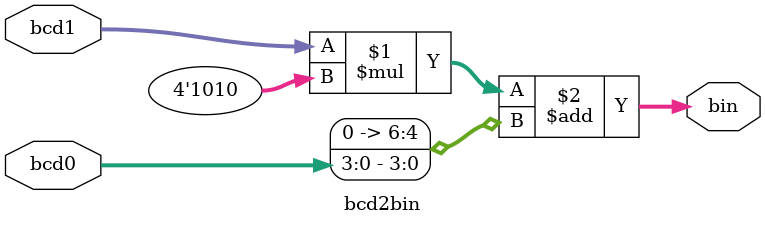
<source format=v>
module bcd2bin
   (
    input wire [3:0] bcd1, bcd0,
    output wire [6:0] bin
   );
 
   assign bin = (bcd1 * 4'b1010) + {3'b0, bcd0};

endmodule
</source>
